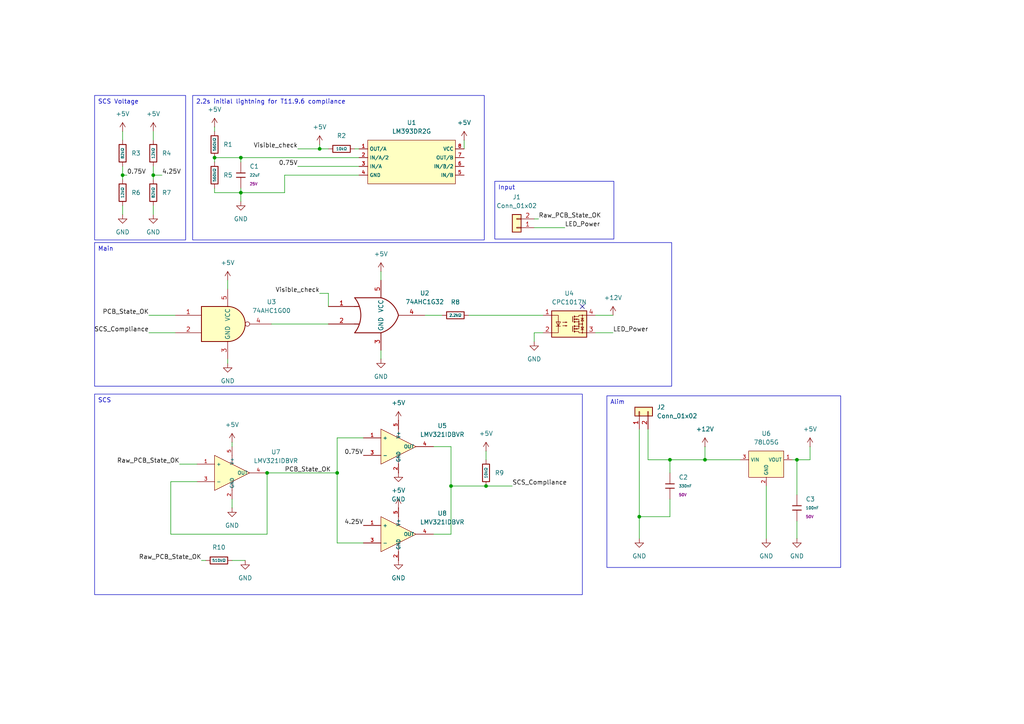
<source format=kicad_sch>
(kicad_sch (version 20250114) (generator "eeschema") (generator_version "9.0")
  (paper "A4")
  (lib_symbols
    (symbol "74xGxx:74AHC1G00"
      (property "Reference" "U" (at -2.54 3.81 0))
      (property "Value" "74AHC1G00" (at 0 -3.81 0))
      (symbol "74AHC1G00_0_1"
        (arc (start 0 5.08) (mid 5.0579 0) (end 0 -5.08) (stroke (width 0.254)) (fill (type background)))
        (polyline (pts (xy 0 -5.08) (xy -7.62 -5.08) (xy -7.62 5.08) (xy 0 5.08)) (stroke (width 0.254)) (fill (type background)))
      )
      (symbol "74AHC1G00_1_1"
        (pin input line (at -15.24 2.54 0) (length 7.62) (name "~") (number "1"))
        (pin input line (at -15.24 -2.54 0) (length 7.62) (name "~") (number "2"))
        (pin power_in line (at 0 10.16 270) (length 5.08) (name "VCC") (number "5"))
        (pin power_in line (at 0 -10.16 90) (length 5.08) (name "GND") (number "3"))
        (pin output inverted (at 12.7 0 180) (length 7.62) (name "~") (number "4"))
      )
    )
    (symbol "74xGxx:74AHC1G32"
      (property "Reference" "U" (at -2.54 3.81 0))
      (property "Value" "74AHC1G32" (at 0 -3.81 0))
      (symbol "74AHC1G32_0_1"
        (arc (start -7.62 5.08) (mid -5.838 0) (end -7.62 -5.08) (stroke (width 0.254)))
        (polyline (pts (xy -7.62 2.54) (xy -6.35 2.54)) (stroke (width 0.254)) (fill (type background)))
        (polyline (pts (xy -7.62 -2.54) (xy -6.35 -2.54)) (stroke (width 0.254)) (fill (type background)))
        (arc (start 5.08 0) (mid 3.202 -3.202) (end 0 -5.08) (stroke (width 0.254)))
        (arc (start 0 5.08) (mid 3.2271 3.2271) (end 5.08 0) (stroke (width 0.254)))
        (polyline (pts (xy 0 5.08) (xy -7.62 5.08)) (stroke (width 0.254)) (fill (type background)))
        (polyline (pts (xy 0 -5.08) (xy -7.62 -5.08)) (stroke (width 0.254)) (fill (type background)))
      )
      (symbol "74AHC1G32_1_1"
        (pin input line (at -15.24 2.54 0) (length 7.62) (name "~") (number "1"))
        (pin input line (at -15.24 -2.54 0) (length 7.62) (name "~") (number "2"))
        (pin power_in line (at 0 10.16 270) (length 5.08) (name "VCC") (number "5"))
        (pin power_in line (at 0 -10.16 90) (length 5.08) (name "GND") (number "3"))
        (pin output line (at 12.7 0 180) (length 7.62) (name "~") (number "4"))
      )
    )
    (symbol "Connector_Generic:Conn_01x02" (pin_names (offset 1.016) (hide yes))
      (property "Reference" "J" (at 0 2.54 0))
      (property "Value" "Conn_01x02" (at 0 -5.08 0))
      (symbol "Conn_01x02_1_1"
        (rectangle (start -1.27 1.27) (end 1.27 -3.81) (stroke (width 0.254)) (fill (type background)))
        (rectangle (start -1.27 0.127) (end 0 -0.127) (stroke (width 0.1524)))
        (rectangle (start -1.27 -2.413) (end 0 -2.667) (stroke (width 0.1524)))
        (pin passive line (at -5.08 0 0) (length 3.81) (name "Pin_1") (number "1"))
        (pin passive line (at -5.08 -2.54 0) (length 3.81) (name "Pin_2") (number "2"))
      )
    )
    (symbol "PCM_JLCPCB-Analog:Comparator, LM393DR2G"
      (property "Reference" "U" (at 0 2.54 0))
      (property "Value" "LM393DR2G" (at 0 -1.27 0))
      (symbol "Comparator, LM393DR2G_0_1"
        (rectangle (start -12.7 7.62) (end 12.7 -5.08) (fill (type background)))
        (pin unspecified line (at -15.24 5.08 0) (length 2.54) (name "OUT/A") (number "1"))
        (pin unspecified line (at -15.24 2.54 0) (length 2.54) (name "IN/A/2") (number "2"))
        (pin unspecified line (at -15.24 0 0) (length 2.54) (name "IN/A") (number "3"))
        (pin unspecified line (at -15.24 -2.54 0) (length 2.54) (name "GND") (number "4"))
        (pin unspecified line (at 15.24 5.08 180) (length 2.54) (name "VCC") (number "8"))
        (pin unspecified line (at 15.24 2.54 180) (length 2.54) (name "OUT/B") (number "7"))
        (pin unspecified line (at 15.24 0 180) (length 2.54) (name "IN/B/2") (number "6"))
        (pin unspecified line (at 15.24 -2.54 180) (length 2.54) (name "IN/B") (number "5"))
      )
    )
    (symbol "PCM_JLCPCB-Analog:Op-Amp, LMV321IDBVR"
      (property "Reference" "U" (at 2.032 5.588 0))
      (property "Value" "LMV321IDBVR" (at 7.874 3.302 0))
      (symbol "Op-Amp, LMV321IDBVR_0_1"
        (pin input line (at -10.16 2.54 0) (length 5.08) (name "+") (number "1"))
        (pin input line (at -10.16 -2.54 0) (length 5.08) (name "-") (number "3"))
        (pin output line (at 10.16 0 180) (length 5.08) (name "OUT") (number "4"))
      )
      (symbol "Op-Amp, LMV321IDBVR_1_1"
        (polyline (pts (xy -5.08 5.08) (xy 5.08 0) (xy -5.08 -5.08) (xy -5.08 5.08)) (fill (type background)))
        (polyline (pts (xy 0 2.54) (xy 0 5.08)))
        (polyline (pts (xy 0 -5.08) (xy 0 -2.54)))
        (pin unspecified line (at 0 7.62 270) (length 2.56) (name "V+") (number "5"))
        (pin unspecified line (at 0 -7.62 90) (length 2.56) (name "GND") (number "2"))
      )
    )
    (symbol "PCM_JLCPCB-Capacitors:0805,100nF,(2)" (pin_numbers (hide yes)) (pin_names (offset 0))
      (property "Reference" "C" (at 2.032 1.668 0))
      (property "Value" "100nF" (at 2.032 -0.3782 0))
      (property "Voltage Rated" "50V" (at 2.032 -2.0462 0))
      (symbol "0805,100nF,(2)_0_1"
        (polyline (pts (xy -1.27 0.635) (xy 1.27 0.635)) (stroke (width 0.254)))
        (polyline (pts (xy -1.27 -0.635) (xy 1.27 -0.635)) (stroke (width 0.254)))
      )
      (symbol "0805,100nF,(2)_1_1"
        (pin passive line (at 0 3.81 270) (length 3.175) (name "~") (number "1"))
        (pin passive line (at 0 -3.81 90) (length 3.175) (name "~") (number "2"))
      )
    )
    (symbol "PCM_JLCPCB-Capacitors:0805,22uF" (pin_numbers (hide yes)) (pin_names (offset 0))
      (property "Reference" "C" (at 2.032 1.668 0))
      (property "Value" "22uF" (at 2.032 -0.3782 0))
      (property "Voltage Rated" "25V" (at 2.032 -2.0462 0))
      (symbol "0805,22uF_0_1"
        (polyline (pts (xy -1.27 0.635) (xy 1.27 0.635)) (stroke (width 0.254)))
        (polyline (pts (xy -1.27 -0.635) (xy 1.27 -0.635)) (stroke (width 0.254)))
      )
      (symbol "0805,22uF_1_1"
        (pin passive line (at 0 3.81 270) (length 3.175) (name "~") (number "1"))
        (pin passive line (at 0 -3.81 90) (length 3.175) (name "~") (number "2"))
      )
    )
    (symbol "PCM_JLCPCB-Capacitors:0805,330nF" (pin_numbers (hide yes)) (pin_names (offset 0))
      (property "Reference" "C" (at 2.032 1.668 0))
      (property "Value" "330nF" (at 2.032 -0.3782 0))
      (property "Voltage Rated" "50V" (at 2.032 -2.0462 0))
      (symbol "0805,330nF_0_1"
        (polyline (pts (xy -1.27 0.635) (xy 1.27 0.635)) (stroke (width 0.254)))
        (polyline (pts (xy -1.27 -0.635) (xy 1.27 -0.635)) (stroke (width 0.254)))
      )
      (symbol "0805,330nF_1_1"
        (pin passive line (at 0 3.81 270) (length 3.175) (name "~") (number "1"))
        (pin passive line (at 0 -3.81 90) (length 3.175) (name "~") (number "2"))
      )
    )
    (symbol "PCM_JLCPCB-Power:LDO, 5V, 0.1A"
      (property "Reference" "U" (at 0 8.89 0))
      (property "Value" "78L05G" (at 0 6.35 0))
      (symbol "LDO, 5V, 0.1A_0_1"
        (rectangle (start -5.08 5.08) (end 5.08 -2.54) (fill (type background)))
      )
      (symbol "LDO, 5V, 0.1A_1_1"
        (pin power_in line (at -7.62 2.54 0) (length 2.56) (name "VIN") (number "3"))
        (pin power_in line (at 0 -5.08 90) (length 2.56) (name "GND") (number "2"))
        (pin power_in line (at 7.62 2.54 180) (length 2.56) (name "VOUT") (number "1"))
      )
    )
    (symbol "PCM_JLCPCB-Resistors:0603,560kΩ" (pin_numbers (hide yes)) (pin_names (offset 0))
      (property "Reference" "R" (at 1.778 0 0))
      (property "Value" "560kΩ" (at 0 0 90))
      (symbol "0603,560kΩ_0_1"
        (rectangle (start -1.016 2.54) (end 1.016 -2.54) (stroke (width 0.254)))
      )
      (symbol "0603,560kΩ_1_1"
        (pin passive line (at 0 3.81 270) (length 1.27) (name "~") (number "1"))
        (pin passive line (at 0 -3.81 90) (length 1.27) (name "~") (number "2"))
      )
    )
    (symbol "PCM_JLCPCB-Resistors:0805,10kΩ" (pin_numbers (hide yes)) (pin_names (offset 0))
      (property "Reference" "R" (at 1.778 0 0))
      (property "Value" "10kΩ" (at 0 0 90))
      (symbol "0805,10kΩ_0_1"
        (rectangle (start -1.016 2.54) (end 1.016 -2.54) (stroke (width 0.254)))
      )
      (symbol "0805,10kΩ_1_1"
        (pin passive line (at 0 3.81 270) (length 1.27) (name "~") (number "1"))
        (pin passive line (at 0 -3.81 90) (length 1.27) (name "~") (number "2"))
      )
    )
    (symbol "PCM_JLCPCB-Resistors:0805,12kΩ" (pin_numbers (hide yes)) (pin_names (offset 0))
      (property "Reference" "R" (at 1.778 0 0))
      (property "Value" "12kΩ" (at 0 0 90))
      (symbol "0805,12kΩ_0_1"
        (rectangle (start -1.016 2.54) (end 1.016 -2.54) (stroke (width 0.254)))
      )
      (symbol "0805,12kΩ_1_1"
        (pin passive line (at 0 3.81 270) (length 1.27) (name "~") (number "1"))
        (pin passive line (at 0 -3.81 90) (length 1.27) (name "~") (number "2"))
      )
    )
    (symbol "PCM_JLCPCB-Resistors:0805,2.2kΩ" (pin_numbers (hide yes)) (pin_names (offset 0))
      (property "Reference" "R" (at 1.778 0 0))
      (property "Value" "2.2kΩ" (at 0 0 90))
      (symbol "0805,2.2kΩ_0_1"
        (rectangle (start -1.016 2.54) (end 1.016 -2.54) (stroke (width 0.254)))
      )
      (symbol "0805,2.2kΩ_1_1"
        (pin passive line (at 0 3.81 270) (length 1.27) (name "~") (number "1"))
        (pin passive line (at 0 -3.81 90) (length 1.27) (name "~") (number "2"))
      )
    )
    (symbol "PCM_JLCPCB-Resistors:0805,510kΩ" (pin_numbers (hide yes)) (pin_names (offset 0))
      (property "Reference" "R" (at 1.778 0 0))
      (property "Value" "510kΩ" (at 0 0 90))
      (symbol "0805,510kΩ_0_1"
        (rectangle (start -1.016 2.54) (end 1.016 -2.54) (stroke (width 0.254)))
      )
      (symbol "0805,510kΩ_1_1"
        (pin passive line (at 0 3.81 270) (length 1.27) (name "~") (number "1"))
        (pin passive line (at 0 -3.81 90) (length 1.27) (name "~") (number "2"))
      )
    )
    (symbol "PCM_JLCPCB-Resistors:0805,82kΩ" (pin_numbers (hide yes)) (pin_names (offset 0))
      (property "Reference" "R" (at 1.778 0 0))
      (property "Value" "82kΩ" (at 0 0 90))
      (symbol "0805,82kΩ_0_1"
        (rectangle (start -1.016 2.54) (end 1.016 -2.54) (stroke (width 0.254)))
      )
      (symbol "0805,82kΩ_1_1"
        (pin passive line (at 0 3.81 270) (length 1.27) (name "~") (number "1"))
        (pin passive line (at 0 -3.81 90) (length 1.27) (name "~") (number "2"))
      )
    )
    (symbol "Relay_SolidState:CPC1017N"
      (property "Reference" "U" (at -5.08 5.08 0))
      (property "Value" "CPC1017N" (at 0 5.08 0))
      (symbol "CPC1017N_0_1"
        (rectangle (start -5.08 3.81) (end 5.08 -3.81) (stroke (width 0.254)) (fill (type background)))
        (polyline (pts (xy -5.08 2.54) (xy -3.175 2.54) (xy -3.175 -2.54) (xy -5.08 -2.54)))
        (polyline (pts (xy -3.81 -0.635) (xy -2.54 -0.635)))
        (polyline (pts (xy -3.175 -0.635) (xy -3.81 0.635) (xy -2.54 0.635) (xy -3.175 -0.635)))
        (polyline (pts (xy -1.905 0.508) (xy -0.635 0.508) (xy -1.016 0.381) (xy -1.016 0.635) (xy -0.635 0.508)))
        (polyline (pts (xy -1.905 -0.508) (xy -0.635 -0.508) (xy -1.016 -0.635) (xy -1.016 -0.381) (xy -0.635 -0.508)))
        (polyline (pts (xy 1.016 2.159) (xy 1.016 0.635)) (stroke (width 0.2032)))
        (polyline (pts (xy 1.016 -0.635) (xy 1.016 -2.159)) (stroke (width 0.2032)))
        (polyline (pts (xy 1.524 2.286) (xy 1.524 2.032) (xy 1.524 2.032)) (stroke (width 0.3556)))
        (polyline (pts (xy 1.524 1.524) (xy 1.524 1.27) (xy 1.524 1.27)) (stroke (width 0.3556)))
        (polyline (pts (xy 1.524 0.762) (xy 1.524 0.508) (xy 1.524 0.508)) (stroke (width 0.3556)))
        (polyline (pts (xy 1.524 -0.508) (xy 1.524 -0.762)) (stroke (width 0.3556)))
        (polyline (pts (xy 1.524 -1.27) (xy 1.524 -1.524) (xy 1.524 -1.524)) (stroke (width 0.3556)))
        (polyline (pts (xy 1.524 -2.032) (xy 1.524 -2.286) (xy 1.524 -2.286)) (stroke (width 0.3556)))
        (polyline (pts (xy 1.651 2.159) (xy 2.794 2.159) (xy 2.794 2.54) (xy 5.08 2.54)))
        (polyline (pts (xy 1.651 1.397) (xy 2.794 1.397) (xy 2.794 0.635)))
        (polyline (pts (xy 1.651 -0.635) (xy 2.794 -0.635) (xy 2.794 0.635) (xy 1.651 0.635)))
        (polyline (pts (xy 1.651 -1.397) (xy 2.794 -1.397) (xy 2.794 -0.635)))
        (polyline (pts (xy 1.651 -2.159) (xy 2.794 -2.159) (xy 2.794 -2.54) (xy 5.08 -2.54)))
        (polyline (pts (xy 1.778 1.397) (xy 2.286 1.524) (xy 2.286 1.27) (xy 1.778 1.397)))
        (polyline (pts (xy 1.778 -1.397) (xy 2.286 -1.27) (xy 2.286 -1.524) (xy 1.778 -1.397)))
        (circle (center 2.794 0.635) (radius 0.127))
        (polyline (pts (xy 2.794 0) (xy 3.81 0)))
        (circle (center 2.794 0) (radius 0.127))
        (circle (center 2.794 -0.635) (radius 0.127))
        (polyline (pts (xy 3.429 1.651) (xy 4.191 1.651)))
        (polyline (pts (xy 3.429 -1.651) (xy 4.191 -1.651)))
        (circle (center 3.81 2.54) (radius 0.127))
        (polyline (pts (xy 3.81 1.651) (xy 3.429 0.889) (xy 4.191 0.889) (xy 3.81 1.651)))
        (circle (center 3.81 0) (radius 0.127))
        (polyline (pts (xy 3.81 -1.651) (xy 3.429 -0.889) (xy 4.191 -0.889) (xy 3.81 -1.651)))
        (polyline (pts (xy 3.81 -2.54) (xy 3.81 2.54)))
        (circle (center 3.81 -2.54) (radius 0.127))
      )
      (symbol "CPC1017N_1_1"
        (pin passive line (at -7.62 2.54 0) (length 2.54) (name "~") (number "1"))
        (pin passive line (at -7.62 -2.54 0) (length 2.54) (name "~") (number "2"))
        (pin passive line (at 7.62 2.54 180) (length 2.54) (name "~") (number "4"))
        (pin passive line (at 7.62 -2.54 180) (length 2.54) (name "~") (number "3"))
      )
    )
    (symbol "power:+12V" (power) (pin_numbers (hide yes)) (pin_names (offset 0) (hide yes))
      (property "Value" "+12V" (at 0 3.556 0))
      (symbol "+12V_0_1"
        (polyline (pts (xy -0.762 1.27) (xy 0 2.54)))
        (polyline (pts (xy 0 2.54) (xy 0.762 1.27)))
        (polyline (pts (xy 0 0) (xy 0 2.54)))
      )
      (symbol "+12V_1_1"
        (pin power_in line (at 0 0 90) (length 0) (name "~") (number "1"))
      )
    )
    (symbol "power:+5V" (power) (pin_numbers (hide yes)) (pin_names (offset 0) (hide yes))
      (property "Value" "+5V" (at 0 3.556 0))
      (symbol "+5V_0_1"
        (polyline (pts (xy -0.762 1.27) (xy 0 2.54)))
        (polyline (pts (xy 0 2.54) (xy 0.762 1.27)))
        (polyline (pts (xy 0 0) (xy 0 2.54)))
      )
      (symbol "+5V_1_1"
        (pin power_in line (at 0 0 90) (length 0) (name "~") (number "1"))
      )
    )
    (symbol "power:GND" (power) (pin_numbers (hide yes)) (pin_names (offset 0) (hide yes))
      (property "Value" "GND" (at 0 -3.81 0))
      (symbol "GND_0_1"
        (polyline (pts (xy 0 0) (xy 0 -1.27) (xy 1.27 -1.27) (xy 0 -2.54) (xy -1.27 -1.27) (xy 0 -1.27)))
      )
      (symbol "GND_1_1"
        (pin power_in line (at 0 0 270) (length 0) (name "~") (number "1"))
      )
    )
  )
  (text_box "Main\n" (at 27.432 70.358 0) (size 167.386 41.656) (margins 0.9525 0.9525 0.9525 0.9525) (effects (font (size 1.27 1.27)) (justify left top)))
  (text_box "Input" (at 143.51 52.578 0) (size 34.544 16.764) (margins 0.9525 0.9525 0.9525 0.9525) (effects (font (size 1.27 1.27)) (justify left top)))
  (text_box "2.2s initial lightning for T11.9.6 compliance\n" (at 55.88 27.686 0) (size 84.582 41.91) (margins 0.9525 0.9525 0.9525 0.9525) (effects (font (size 1.27 1.27)) (justify left top)))
  (text_box "SCS Voltage" (at 27.432 27.686 0) (size 26.416 41.91) (margins 0.9525 0.9525 0.9525 0.9525) (effects (font (size 1.27 1.27)) (justify left top)))
  (text_box "Alim\n" (at 176.022 114.808 0) (size 67.818 49.784) (margins 0.9525 0.9525 0.9525 0.9525) (effects (font (size 1.27 1.27)) (justify left top)))
  (text_box "SCS" (at 27.432 114.3 0) (size 141.478 58.166) (margins 0.9525 0.9525 0.9525 0.9525) (effects (font (size 1.27 1.27)) (justify left top)))
  (junction (at 44.45 50.8))
  (junction (at 77.47 137.16))
  (junction (at 35.56 50.8))
  (junction (at 69.85 45.72))
  (junction (at 194.31 133.35))
  (junction (at 185.42 149.86))
  (junction (at 92.71 43.18))
  (junction (at 69.85 55.88))
  (junction (at 204.47 133.35))
  (junction (at 130.81 140.97))
  (junction (at 62.23 45.72))
  (junction (at 97.79 137.16))
  (junction (at 140.97 140.97))
  (junction (at 231.14 133.35))
  (no_connect (at 168.91 88.9))
  (wire (pts (xy 69.85 55.88) (xy 69.85 58.42)))
  (wire (pts (xy 95.25 85.09) (xy 95.25 88.9)))
  (wire (pts (xy 69.85 45.72) (xy 69.85 46.99)))
  (wire (pts (xy 35.56 50.8) (xy 35.56 52.07)))
  (wire (pts (xy 222.25 140.97) (xy 222.25 156.21)))
  (wire (pts (xy 130.81 129.54) (xy 130.81 140.97)))
  (wire (pts (xy 35.56 48.26) (xy 35.56 50.8)))
  (wire (pts (xy 185.42 124.46) (xy 185.42 149.86)))
  (wire (pts (xy 194.31 144.78) (xy 194.31 149.86)))
  (wire (pts (xy 49.53 154.94) (xy 77.47 154.94)))
  (wire (pts (xy 82.55 55.88) (xy 69.85 55.88)))
  (wire (pts (xy 50.8 96.52) (xy 43.18 96.52)))
  (wire (pts (xy 140.97 140.97) (xy 148.59 140.97)))
  (wire (pts (xy 134.62 40.64) (xy 134.62 43.18)))
  (wire (pts (xy 62.23 54.61) (xy 62.23 55.88)))
  (wire (pts (xy 82.55 50.8) (xy 104.14 50.8)))
  (wire (pts (xy 140.97 130.81) (xy 140.97 133.35)))
  (wire (pts (xy 97.79 127) (xy 105.41 127)))
  (wire (pts (xy 35.56 62.23) (xy 35.56 59.69)))
  (wire (pts (xy 57.15 139.7) (xy 49.53 139.7)))
  (wire (pts (xy 231.14 133.35) (xy 234.95 133.35)))
  (wire (pts (xy 104.14 43.18) (xy 102.87 43.18)))
  (wire (pts (xy 92.71 43.18) (xy 95.25 43.18)))
  (wire (pts (xy 130.81 140.97) (xy 130.81 154.94)))
  (wire (pts (xy 97.79 157.48) (xy 105.41 157.48)))
  (wire (pts (xy 69.85 45.72) (xy 104.14 45.72)))
  (wire (pts (xy 156.21 63.5) (xy 154.94 63.5)))
  (wire (pts (xy 44.45 48.26) (xy 44.45 50.8)))
  (wire (pts (xy 92.71 41.91) (xy 92.71 43.18)))
  (wire (pts (xy 82.55 50.8) (xy 82.55 55.88)))
  (wire (pts (xy 67.31 128.27) (xy 67.31 129.54)))
  (wire (pts (xy 97.79 137.16) (xy 97.79 157.48)))
  (wire (pts (xy 44.45 50.8) (xy 46.99 50.8)))
  (wire (pts (xy 130.81 154.94) (xy 125.73 154.94)))
  (wire (pts (xy 62.23 36.83) (xy 62.23 38.1)))
  (wire (pts (xy 58.42 162.56) (xy 59.69 162.56)))
  (wire (pts (xy 154.94 96.52) (xy 154.94 99.06)))
  (wire (pts (xy 52.07 134.62) (xy 57.15 134.62)))
  (wire (pts (xy 62.23 46.99) (xy 62.23 45.72)))
  (wire (pts (xy 123.19 91.44) (xy 128.27 91.44)))
  (wire (pts (xy 67.31 144.78) (xy 67.31 147.32)))
  (wire (pts (xy 66.04 104.14) (xy 66.04 105.41)))
  (wire (pts (xy 187.96 133.35) (xy 194.31 133.35)))
  (wire (pts (xy 86.36 43.18) (xy 92.71 43.18)))
  (wire (pts (xy 78.74 93.98) (xy 95.25 93.98)))
  (wire (pts (xy 234.95 129.54) (xy 234.95 133.35)))
  (wire (pts (xy 77.47 137.16) (xy 97.79 137.16)))
  (wire (pts (xy 204.47 133.35) (xy 214.63 133.35)))
  (wire (pts (xy 130.81 140.97) (xy 140.97 140.97)))
  (wire (pts (xy 194.31 133.35) (xy 204.47 133.35)))
  (wire (pts (xy 67.31 162.56) (xy 71.12 162.56)))
  (wire (pts (xy 66.04 81.28) (xy 66.04 83.82)))
  (wire (pts (xy 204.47 129.54) (xy 204.47 133.35)))
  (wire (pts (xy 110.49 78.74) (xy 110.49 81.28)))
  (wire (pts (xy 97.79 137.16) (xy 97.79 127)))
  (wire (pts (xy 35.56 38.1) (xy 35.56 40.64)))
  (wire (pts (xy 172.72 91.44) (xy 177.8 91.44)))
  (wire (pts (xy 110.49 104.14) (xy 110.49 101.6)))
  (wire (pts (xy 125.73 129.54) (xy 130.81 129.54)))
  (wire (pts (xy 157.48 96.52) (xy 154.94 96.52)))
  (wire (pts (xy 194.31 149.86) (xy 185.42 149.86)))
  (wire (pts (xy 187.96 124.46) (xy 187.96 133.35)))
  (wire (pts (xy 86.36 48.26) (xy 104.14 48.26)))
  (wire (pts (xy 43.18 91.44) (xy 50.8 91.44)))
  (wire (pts (xy 92.71 85.09) (xy 95.25 85.09)))
  (wire (pts (xy 172.72 96.52) (xy 177.8 96.52)))
  (wire (pts (xy 35.56 50.8) (xy 36.83 50.8)))
  (wire (pts (xy 49.53 139.7) (xy 49.53 154.94)))
  (wire (pts (xy 62.23 45.72) (xy 69.85 45.72)))
  (wire (pts (xy 44.45 38.1) (xy 44.45 40.64)))
  (wire (pts (xy 231.14 133.35) (xy 231.14 143.51)))
  (wire (pts (xy 231.14 151.13) (xy 231.14 156.21)))
  (wire (pts (xy 77.47 154.94) (xy 77.47 137.16)))
  (wire (pts (xy 194.31 133.35) (xy 194.31 137.16)))
  (wire (pts (xy 163.83 66.04) (xy 154.94 66.04)))
  (wire (pts (xy 135.89 91.44) (xy 157.48 91.44)))
  (wire (pts (xy 69.85 54.61) (xy 69.85 55.88)))
  (wire (pts (xy 44.45 50.8) (xy 44.45 52.07)))
  (wire (pts (xy 229.87 133.35) (xy 231.14 133.35)))
  (wire (pts (xy 185.42 149.86) (xy 185.42 156.21)))
  (wire (pts (xy 69.85 55.88) (xy 62.23 55.88)))
  (wire (pts (xy 44.45 62.23) (xy 44.45 59.69)))
  (label "4.25V" (at 105.41 152.4 180))
  (label "PCB_State_OK" (at 82.55 137.16 0))
  (label "0.75V" (at 105.41 132.08 180))
  (label "4.25V" (at 46.99 50.8 0))
  (label "Raw_PCB_State_OK" (at 156.21 63.5 0))
  (label "0.75V" (at 86.36 48.26 180))
  (label "LED_Power" (at 177.8 96.52 0))
  (label "SCS_Compliance" (at 148.59 140.97 0))
  (label "Visible_check" (at 92.71 85.09 180))
  (label "SCS_Compliance" (at 43.18 96.52 180))
  (label "Visible_check" (at 86.36 43.18 180))
  (label "PCB_State_OK" (at 43.18 91.44 180))
  (label "LED_Power" (at 163.83 66.04 0))
  (label "Raw_PCB_State_OK" (at 58.42 162.56 180))
  (label "Raw_PCB_State_OK" (at 52.07 134.62 180))
  (label "0.75V" (at 36.83 50.8 0))
  (symbol (lib_id "power:GND") (at 231.14 156.21 0) (unit 1)
    (property "Reference" "#PWR025" (effects (hide yes)))
    (property "Value" "GND" (at 231.14 161.29 0))
    (property "Description" "Power symbol creates a global label with name \"GND\" , ground" (effects (hide yes)))
  )
  (symbol (lib_id "Connector_Generic:Conn_01x02") (at 185.42 119.38 90) (unit 1)
    (property "Reference" "J2" (at 190.5 118.1099 90) (effects (justify right)))
    (property "Value" "Conn_01x02" (at 190.5 120.6499 90) (effects (justify right)))
    (property "Footprint" "Connector_Molex:Molex_KK-254_AE-6410-02A_1x02_P2.54mm_Vertical" (effects (hide yes)))
    (property "Description" "Generic connector, single row, 01x02, script generated (kicad-library-utils/schlib/autogen/connector/)" (effects (hide yes)))
  )
  (symbol (lib_id "PCM_JLCPCB-Resistors:0805,12kΩ") (at 44.45 44.45 0) (unit 1)
    (property "Reference" "R4" (at 46.99 44.4499 0) (effects (justify left)))
    (property "Value" "12kΩ" (at 44.45 44.45 90) (effects (font (size 0.8 0.8))))
    (property "Footprint" "PCM_JLCPCB:R_0805" (effects (hide yes)))
    (property "Datasheet" "https://www.lcsc.com/datasheet/lcsc_datasheet_2206010216_UNI-ROYAL-Uniroyal-Elec-0805W8F1202T5E_C17444.pdf" (effects (hide yes)))
    (property "Description" "125mW Thick Film Resistors 150V ±100ppm/°C ±1% 12kΩ 0805 Chip Resistor - Surface Mount ROHS" (effects (hide yes)))
    (property "LCSC" "C17444" (effects (hide yes)))
    (property "Stock" "212769" (effects (hide yes)))
    (property "Price" "0.005USD" (effects (hide yes)))
    (property "Process" "SMT" (effects (hide yes)))
    (property "Minimum Qty" "20" (effects (hide yes)))
    (property "Attrition Qty" "10" (effects (hide yes)))
    (property "Class" "Basic Component" (effects (hide yes)))
    (property "Category" "Resistors,Chip Resistor - Surface Mount" (effects (hide yes)))
    (property "Manufacturer" "UNI-ROYAL(Uniroyal Elec)" (effects (hide yes)))
    (property "Part" "0805W8F1202T5E" (effects (hide yes)))
    (property "Resistance" "12kΩ" (effects (hide yes)))
    (property "Power(Watts)" "125mW" (effects (hide yes)))
    (property "Type" "Thick Film Resistors" (effects (hide yes)))
    (property "Overload Voltage (Max)" "150V" (effects (hide yes)))
    (property "Operating Temperature Range" "-55°C~+155°C" (effects (hide yes)))
    (property "Tolerance" "±1%" (effects (hide yes)))
    (property "Temperature Coefficient" "±100ppm/°C" (effects (hide yes)))
  )
  (symbol (lib_id "PCM_JLCPCB-Resistors:0603,560kΩ") (at 62.23 41.91 0) (unit 1)
    (property "Reference" "R1" (at 64.77 41.9099 0) (effects (justify left)))
    (property "Value" "560kΩ" (at 62.23 41.91 90) (effects (font (size 0.8 0.8))))
    (property "Footprint" "PCM_JLCPCB:R_0603" (effects (hide yes)))
    (property "Datasheet" "https://www.lcsc.com/datasheet/lcsc_datasheet_2206010116_UNI-ROYAL-Uniroyal-Elec-0603WAF5603T5E_C23203.pdf" (effects (hide yes)))
    (property "Description" "100mW Thick Film Resistors 75V ±100ppm/°C ±1% 560kΩ 0603 Chip Resistor - Surface Mount ROHS" (effects (hide yes)))
    (property "LCSC" "C23203" (effects (hide yes)))
    (property "Stock" "29702" (effects (hide yes)))
    (property "Price" "0.004USD" (effects (hide yes)))
    (property "Process" "SMT" (effects (hide yes)))
    (property "Minimum Qty" "20" (effects (hide yes)))
    (property "Attrition Qty" "10" (effects (hide yes)))
    (property "Class" "Preferred Component" (effects (hide yes)))
    (property "Category" "Resistors,Chip Resistor - Surface Mount" (effects (hide yes)))
    (property "Manufacturer" "UNI-ROYAL(Uniroyal Elec)" (effects (hide yes)))
    (property "Part" "0603WAF5603T5E" (effects (hide yes)))
    (property "Resistance" "560kΩ" (effects (hide yes)))
    (property "Power(Watts)" "100mW" (effects (hide yes)))
    (property "Type" "Thick Film Resistors" (effects (hide yes)))
    (property "Overload Voltage (Max)" "75V" (effects (hide yes)))
    (property "Operating Temperature Range" "-55°C~+155°C" (effects (hide yes)))
    (property "Tolerance" "±1%" (effects (hide yes)))
    (property "Temperature Coefficient" "±100ppm/°C" (effects (hide yes)))
  )
  (symbol (lib_id "power:GND") (at 115.57 162.56 0) (unit 1)
    (property "Reference" "#PWR027" (effects (hide yes)))
    (property "Value" "GND" (at 115.57 167.64 0))
    (property "Description" "Power symbol creates a global label with name \"GND\" , ground" (effects (hide yes)))
  )
  (symbol (lib_id "power:+5V") (at 110.49 78.74 0) (unit 1)
    (property "Reference" "#PWR09" (effects (hide yes)))
    (property "Value" "+5V" (at 110.49 73.66 0))
    (property "Description" "Power symbol creates a global label with name \"+5V\"" (effects (hide yes)))
  )
  (symbol (lib_id "power:GND") (at 66.04 105.41 0) (unit 1)
    (property "Reference" "#PWR014" (effects (hide yes)))
    (property "Value" "GND" (at 66.04 110.49 0))
    (property "Description" "Power symbol creates a global label with name \"GND\" , ground" (effects (hide yes)))
  )
  (symbol (lib_id "power:+5V") (at 140.97 130.81 0) (unit 1)
    (property "Reference" "#PWR019" (effects (hide yes)))
    (property "Value" "+5V" (at 140.97 125.73 0))
    (property "Description" "Power symbol creates a global label with name \"+5V\"" (effects (hide yes)))
  )
  (symbol (lib_id "power:GND") (at 110.49 104.14 0) (unit 1)
    (property "Reference" "#PWR013" (effects (hide yes)))
    (property "Value" "GND" (at 110.49 109.22 0))
    (property "Description" "Power symbol creates a global label with name \"GND\" , ground" (effects (hide yes)))
  )
  (symbol (lib_id "power:GND") (at 115.57 137.16 0) (unit 1)
    (property "Reference" "#PWR020" (effects (hide yes)))
    (property "Value" "GND" (at 115.57 144.78 0))
    (property "Description" "Power symbol creates a global label with name \"GND\" , ground" (effects (hide yes)))
  )
  (symbol (lib_id "PCM_JLCPCB-Resistors:0805,10kΩ") (at 140.97 137.16 0) (unit 1)
    (property "Reference" "R9" (at 143.51 137.1599 0) (effects (justify left)))
    (property "Value" "10kΩ" (at 140.97 137.16 90) (effects (font (size 0.8 0.8))))
    (property "Footprint" "PCM_JLCPCB:R_0805" (effects (hide yes)))
    (property "Datasheet" "https://www.lcsc.com/datasheet/lcsc_datasheet_2411221126_UNI-ROYAL-Uniroyal-Elec-0805W8F1002T5E_C17414.pdf" (effects (hide yes)))
    (property "Description" "125mW Thick Film Resistors 150V ±100ppm/°C ±1% 10kΩ 0805 Chip Resistor - Surface Mount ROHS" (effects (hide yes)))
    (property "LCSC" "C17414" (effects (hide yes)))
    (property "Stock" "14905033" (effects (hide yes)))
    (property "Price" "0.005USD" (effects (hide yes)))
    (property "Process" "SMT" (effects (hide yes)))
    (property "Minimum Qty" "20" (effects (hide yes)))
    (property "Attrition Qty" "10" (effects (hide yes)))
    (property "Class" "Basic Component" (effects (hide yes)))
    (property "Category" "Resistors,Chip Resistor - Surface Mount" (effects (hide yes)))
    (property "Manufacturer" "UNI-ROYAL(Uniroyal Elec)" (effects (hide yes)))
    (property "Part" "0805W8F1002T5E" (effects (hide yes)))
    (property "Resistance" "10kΩ" (effects (hide yes)))
    (property "Power(Watts)" "125mW" (effects (hide yes)))
    (property "Type" "Thick Film Resistors" (effects (hide yes)))
    (property "Overload Voltage (Max)" "150V" (effects (hide yes)))
    (property "Operating Temperature Range" "-55°C~+155°C" (effects (hide yes)))
    (property "Tolerance" "±1%" (effects (hide yes)))
    (property "Temperature Coefficient" "±100ppm/°C" (effects (hide yes)))
  )
  (symbol (lib_id "power:+5V") (at 234.95 129.54 0) (unit 1)
    (property "Reference" "#PWR018" (effects (hide yes)))
    (property "Value" "+5V" (at 234.95 124.46 0))
    (property "Description" "Power symbol creates a global label with name \"+5V\"" (effects (hide yes)))
  )
  (symbol (lib_id "power:GND") (at 154.94 99.06 0) (unit 1)
    (property "Reference" "#PWR012" (effects (hide yes)))
    (property "Value" "GND" (at 154.94 104.14 0))
    (property "Description" "Power symbol creates a global label with name \"GND\" , ground" (effects (hide yes)))
  )
  (symbol (lib_id "power:+5V") (at 134.62 40.64 0) (unit 1)
    (property "Reference" "#PWR04" (effects (hide yes)))
    (property "Value" "+5V" (at 134.62 35.56 0))
    (property "Description" "Power symbol creates a global label with name \"+5V\"" (effects (hide yes)))
  )
  (symbol (lib_id "power:+12V") (at 204.47 129.54 0) (unit 1)
    (property "Reference" "#PWR017" (effects (hide yes)))
    (property "Value" "+12V" (at 204.47 124.46 0))
    (property "Description" "Power symbol creates a global label with name \"+12V\"" (effects (hide yes)))
  )
  (symbol (lib_id "PCM_JLCPCB-Power:LDO, 5V, 0.1A") (at 222.25 135.89 0) (unit 1)
    (property "Reference" "U6" (at 222.25 125.73 0))
    (property "Value" "78L05G" (at 222.25 128.27 0))
    (property "Footprint" "PCM_JLCPCB:SOT-89-3_L4.5-W2.5-P1.50-LS4.2-BR" (effects (hide yes)))
    (property "Datasheet" "https://www.lcsc.com/datasheet/lcsc_datasheet_2304140030_UTC-Unisonic-Tech-78L05G-AB3-R_C71136.pdf" (effects (hide yes)))
    (property "Description" "100mA Fixed 5V Positive electrode 30V SOT-89-3 Voltage Regulators - Linear, Low Drop Out (LDO) Regulators ROHS" (effects (hide yes)))
    (property "LCSC" "C71136" (effects (hide yes)))
    (property "Stock" "84902" (effects (hide yes)))
    (property "Price" "0.066USD" (effects (hide yes)))
    (property "Process" "SMT" (effects (hide yes)))
    (property "Minimum Qty" "5" (effects (hide yes)))
    (property "Attrition Qty" "4" (effects (hide yes)))
    (property "Class" "Basic Component" (effects (hide yes)))
    (property "Category" "Power Management ICs,Linear Voltage Regulators (LDO)" (effects (hide yes)))
    (property "Manufacturer" "UTC(Unisonic Tech)" (effects (hide yes)))
    (property "Part" "78L05G-AB3-R" (effects (hide yes)))
    (property "Number Of Outputs" "1" (effects (hide yes)))
    (property "Output Voltage" "5V" (effects (hide yes)))
    (property "Dropout Voltage" "1.7V@(40mA)" (effects (hide yes)))
    (property "Output Current" "100mA" (effects (hide yes)))
    (property "Output Type" "Fixed" (effects (hide yes)))
    (property "Maximum Input Voltage" "30V" (effects (hide yes)))
    (property "Output Polarity" "Positive electrode" (effects (hide yes)))
    (property "Feature" "Overcurrent Protection(OCP);Thermal Protection(TSD);Short-Circuit  Protection" (effects (hide yes)))
  )
  (symbol (lib_id "power:GND") (at 67.31 147.32 0) (unit 1)
    (property "Reference" "#PWR021" (effects (hide yes)))
    (property "Value" "GND" (at 67.31 152.4 0))
    (property "Description" "Power symbol creates a global label with name \"GND\" , ground" (effects (hide yes)))
  )
  (symbol (lib_id "Relay_SolidState:CPC1017N") (at 165.1 93.98 0) (unit 1)
    (property "Reference" "U4" (at 165.1 85.09 0))
    (property "Value" "CPC1017N" (at 165.1 87.63 0))
    (property "Footprint" "Package_SO:SOP-4_3.8x4.1mm_P2.54mm" (effects (hide yes)))
    (property "Datasheet" "http://www.ixysic.com/home/pdfs.nsf/www/CPC1017N.pdf/$file/CPC1017N.pdf" (effects (hide yes)))
    (property "Description" "Form A, Solid State Relay (Photo MOSFET) 60V, 0.1A, 16Ohm, SO-4" (effects (hide yes)))
  )
  (symbol (lib_id "74xGxx:74AHC1G00") (at 66.04 93.98 0) (unit 1)
    (property "Reference" "U3" (at 78.74 87.5598 0))
    (property "Value" "74AHC1G00" (at 78.74 90.0998 0))
    (property "Footprint" "PCM_JLCPCB:SOT-23-5_L3.0-W1.7-P0.95-LS2.8-BR" (effects (hide yes)))
    (property "Datasheet" "http://www.ti.com/lit/sg/scyt129e/scyt129e.pdf" (effects (hide yes)))
    (property "Description" "Single NAND Gate, Low-Voltage CMOS" (effects (hide yes)))
  )
  (symbol (lib_id "PCM_JLCPCB-Resistors:0805,2.2kΩ") (at 132.08 91.44 90) (unit 1)
    (property "Reference" "R8" (at 132.08 87.63 90))
    (property "Value" "2.2kΩ" (at 132.08 91.44 90) (effects (font (size 0.8 0.8))))
    (property "Footprint" "PCM_JLCPCB:R_0805" (effects (hide yes)))
    (property "Datasheet" "https://www.lcsc.com/datasheet/lcsc_datasheet_2206010200_UNI-ROYAL-Uniroyal-Elec-0805W8F2201T5E_C17520.pdf" (effects (hide yes)))
    (property "Description" "125mW Thick Film Resistors 150V ±100ppm/°C ±1% 2.2kΩ 0805 Chip Resistor - Surface Mount ROHS" (effects (hide yes)))
    (property "LCSC" "C17520" (effects (hide yes)))
    (property "Stock" "877100" (effects (hide yes)))
    (property "Price" "0.005USD" (effects (hide yes)))
    (property "Process" "SMT" (effects (hide yes)))
    (property "Minimum Qty" "20" (effects (hide yes)))
    (property "Attrition Qty" "10" (effects (hide yes)))
    (property "Class" "Basic Component" (effects (hide yes)))
    (property "Category" "Resistors,Chip Resistor - Surface Mount" (effects (hide yes)))
    (property "Manufacturer" "UNI-ROYAL(Uniroyal Elec)" (effects (hide yes)))
    (property "Part" "0805W8F2201T5E" (effects (hide yes)))
    (property "Resistance" "2.2kΩ" (effects (hide yes)))
    (property "Power(Watts)" "125mW" (effects (hide yes)))
    (property "Type" "Thick Film Resistors" (effects (hide yes)))
    (property "Overload Voltage (Max)" "150V" (effects (hide yes)))
    (property "Operating Temperature Range" "-55°C~+155°C" (effects (hide yes)))
    (property "Tolerance" "±1%" (effects (hide yes)))
    (property "Temperature Coefficient" "±100ppm/°C" (effects (hide yes)))
  )
  (symbol (lib_id "PCM_JLCPCB-Resistors:0805,82kΩ") (at 35.56 44.45 0) (unit 1)
    (property "Reference" "R3" (at 38.1 44.4499 0) (effects (justify left)))
    (property "Value" "82kΩ" (at 35.56 44.45 90) (effects (font (size 0.8 0.8))))
    (property "Footprint" "PCM_JLCPCB:R_0805" (effects (hide yes)))
    (property "Datasheet" "https://www.lcsc.com/datasheet/lcsc_datasheet_2205311830_UNI-ROYAL-Uniroyal-Elec-0805W8F8202T5E_C17840.pdf" (effects (hide yes)))
    (property "Description" "125mW Thick Film Resistors 150V ±100ppm/°C ±1% 82kΩ 0805 Chip Resistor - Surface Mount ROHS" (effects (hide yes)))
    (property "LCSC" "C17840" (effects (hide yes)))
    (property "Stock" "60670" (effects (hide yes)))
    (property "Price" "0.005USD" (effects (hide yes)))
    (property "Process" "SMT" (effects (hide yes)))
    (property "Minimum Qty" "20" (effects (hide yes)))
    (property "Attrition Qty" "10" (effects (hide yes)))
    (property "Class" "Preferred Component" (effects (hide yes)))
    (property "Category" "Resistors,Chip Resistor - Surface Mount" (effects (hide yes)))
    (property "Manufacturer" "UNI-ROYAL(Uniroyal Elec)" (effects (hide yes)))
    (property "Part" "0805W8F8202T5E" (effects (hide yes)))
    (property "Resistance" "82kΩ" (effects (hide yes)))
    (property "Power(Watts)" "125mW" (effects (hide yes)))
    (property "Type" "Thick Film Resistors" (effects (hide yes)))
    (property "Overload Voltage (Max)" "150V" (effects (hide yes)))
    (property "Operating Temperature Range" "-55°C~+155°C" (effects (hide yes)))
    (property "Tolerance" "±1%" (effects (hide yes)))
    (property "Temperature Coefficient" "±100ppm/°C" (effects (hide yes)))
  )
  (symbol (lib_id "power:+5V") (at 62.23 36.83 0) (unit 1)
    (property "Reference" "#PWR01" (effects (hide yes)))
    (property "Value" "+5V" (at 62.23 31.75 0))
    (property "Description" "Power symbol creates a global label with name \"+5V\"" (effects (hide yes)))
  )
  (symbol (lib_id "power:+5V") (at 115.57 147.32 0) (unit 1)
    (property "Reference" "#PWR022" (effects (hide yes)))
    (property "Value" "+5V" (at 115.57 142.24 0))
    (property "Description" "Power symbol creates a global label with name \"+5V\"" (effects (hide yes)))
  )
  (symbol (lib_id "PCM_JLCPCB-Analog:Op-Amp, LMV321IDBVR") (at 115.57 154.94 0) (unit 1)
    (property "Reference" "U8" (at 128.27 148.8912 0))
    (property "Value" "LMV321IDBVR" (at 128.27 151.4312 0))
    (property "Footprint" "PCM_JLCPCB:SOT-23-5_L3.0-W1.7-P0.95-LS2.8-BR" (effects (hide yes)))
    (property "Datasheet" "https://www.lcsc.com/datasheet/lcsc_datasheet_1809151123_Texas-Instruments-LMV321IDBVR_C7972.pdf" (effects (hide yes)))
    (property "Description" "Single 15nA 1V/us 1MHz SOT-23-5 Operational Amplifier ROHS" (effects (hide yes)))
    (property "LCSC" "C7972" (effects (hide yes)))
    (property "Stock" "119521" (effects (hide yes)))
    (property "Price" "0.103USD" (effects (hide yes)))
    (property "Process" "SMT" (effects (hide yes)))
    (property "Minimum Qty" "5" (effects (hide yes)))
    (property "Attrition Qty" "2" (effects (hide yes)))
    (property "Class" "Preferred Component" (effects (hide yes)))
    (property "Category" "Amplifiers,Operational Amplifier" (effects (hide yes)))
    (property "Manufacturer" "Texas Instruments" (effects (hide yes)))
    (property "Part" "LMV321IDBVR" (effects (hide yes)))
    (property "Current - Input Bias(Ib)" "15nA" (effects (hide yes)))
    (property "Number Of Circuits" "1" (effects (hide yes)))
    (property "Output Current" "160mA" (effects (hide yes)))
    (property "Supply Current" "130uA" (effects (hide yes)))
    (property "Gain Bandwidth Product(Gbp)" "1MHz" (effects (hide yes)))
    (property "Rail To Rail" "轨到轨" (effects (hide yes)))
    (property "Operating Temperature" "-40°C~+125°C" (effects (hide yes)))
  )
  (symbol (lib_id "PCM_JLCPCB-Resistors:0603,560kΩ") (at 62.23 50.8 0) (unit 1)
    (property "Reference" "R5" (at 64.77 50.7999 0) (effects (justify left)))
    (property "Value" "560kΩ" (at 62.23 50.8 90) (effects (font (size 0.8 0.8))))
    (property "Footprint" "PCM_JLCPCB:R_0603" (effects (hide yes)))
    (property "Datasheet" "https://www.lcsc.com/datasheet/lcsc_datasheet_2206010116_UNI-ROYAL-Uniroyal-Elec-0603WAF5603T5E_C23203.pdf" (effects (hide yes)))
    (property "Description" "100mW Thick Film Resistors 75V ±100ppm/°C ±1% 560kΩ 0603 Chip Resistor - Surface Mount ROHS" (effects (hide yes)))
    (property "LCSC" "C23203" (effects (hide yes)))
    (property "Stock" "29702" (effects (hide yes)))
    (property "Price" "0.004USD" (effects (hide yes)))
    (property "Process" "SMT" (effects (hide yes)))
    (property "Minimum Qty" "20" (effects (hide yes)))
    (property "Attrition Qty" "10" (effects (hide yes)))
    (property "Class" "Preferred Component" (effects (hide yes)))
    (property "Category" "Resistors,Chip Resistor - Surface Mount" (effects (hide yes)))
    (property "Manufacturer" "UNI-ROYAL(Uniroyal Elec)" (effects (hide yes)))
    (property "Part" "0603WAF5603T5E" (effects (hide yes)))
    (property "Resistance" "560kΩ" (effects (hide yes)))
    (property "Power(Watts)" "100mW" (effects (hide yes)))
    (property "Type" "Thick Film Resistors" (effects (hide yes)))
    (property "Overload Voltage (Max)" "75V" (effects (hide yes)))
    (property "Operating Temperature Range" "-55°C~+155°C" (effects (hide yes)))
    (property "Tolerance" "±1%" (effects (hide yes)))
    (property "Temperature Coefficient" "±100ppm/°C" (effects (hide yes)))
  )
  (symbol (lib_id "power:GND") (at 69.85 58.42 0) (unit 1)
    (property "Reference" "#PWR06" (effects (hide yes)))
    (property "Value" "GND" (at 69.85 63.5 0))
    (property "Description" "Power symbol creates a global label with name \"GND\" , ground" (effects (hide yes)))
  )
  (symbol (lib_id "74xGxx:74AHC1G32") (at 110.49 91.44 0) (unit 1)
    (property "Reference" "U2" (at 123.19 85.0198 0))
    (property "Value" "74AHC1G32" (at 123.19 87.5598 0))
    (property "Footprint" "Package_TO_SOT_SMD:SC-74A-5_1.55x2.9mm_P0.95mm" (effects (hide yes)))
    (property "Datasheet" "http://www.ti.com/lit/sg/scyt129e/scyt129e.pdf" (effects (hide yes)))
    (property "Description" "Single OR Gate, Low-Voltage CMOS" (effects (hide yes)))
  )
  (symbol (lib_id "PCM_JLCPCB-Analog:Op-Amp, LMV321IDBVR") (at 67.31 137.16 0) (unit 1)
    (property "Reference" "U7" (at 80.01 131.1112 0))
    (property "Value" "LMV321IDBVR" (at 80.01 133.6512 0))
    (property "Footprint" "PCM_JLCPCB:SOT-23-5_L3.0-W1.7-P0.95-LS2.8-BR" (effects (hide yes)))
    (property "Datasheet" "https://www.lcsc.com/datasheet/lcsc_datasheet_1809151123_Texas-Instruments-LMV321IDBVR_C7972.pdf" (effects (hide yes)))
    (property "Description" "Single 15nA 1V/us 1MHz SOT-23-5 Operational Amplifier ROHS" (effects (hide yes)))
    (property "LCSC" "C7972" (effects (hide yes)))
    (property "Stock" "119521" (effects (hide yes)))
    (property "Price" "0.103USD" (effects (hide yes)))
    (property "Process" "SMT" (effects (hide yes)))
    (property "Minimum Qty" "5" (effects (hide yes)))
    (property "Attrition Qty" "2" (effects (hide yes)))
    (property "Class" "Preferred Component" (effects (hide yes)))
    (property "Category" "Amplifiers,Operational Amplifier" (effects (hide yes)))
    (property "Manufacturer" "Texas Instruments" (effects (hide yes)))
    (property "Part" "LMV321IDBVR" (effects (hide yes)))
    (property "Current - Input Bias(Ib)" "15nA" (effects (hide yes)))
    (property "Number Of Circuits" "1" (effects (hide yes)))
    (property "Output Current" "160mA" (effects (hide yes)))
    (property "Supply Current" "130uA" (effects (hide yes)))
    (property "Gain Bandwidth Product(Gbp)" "1MHz" (effects (hide yes)))
    (property "Rail To Rail" "轨到轨" (effects (hide yes)))
    (property "Operating Temperature" "-40°C~+125°C" (effects (hide yes)))
  )
  (symbol (lib_id "power:+5V") (at 35.56 38.1 0) (unit 1)
    (property "Reference" "#PWR02" (effects (hide yes)))
    (property "Value" "+5V" (at 35.56 33.02 0))
    (property "Description" "Power symbol creates a global label with name \"+5V\"" (effects (hide yes)))
  )
  (symbol (lib_id "PCM_JLCPCB-Capacitors:0805,100nF,(2)") (at 231.14 147.32 0) (unit 1)
    (property "Reference" "C3" (at 233.68 144.7799 0) (effects (justify left)))
    (property "Value" "100nF" (at 233.68 147.32 0) (effects (font (size 0.8 0.8)) (justify left)))
    (property "Footprint" "PCM_JLCPCB:C_0805" (effects (hide yes)))
    (property "Datasheet" "https://www.lcsc.com/datasheet/lcsc_datasheet_2304140030_YAGEO-CC0805KRX7R9BB104_C49678.pdf" (effects (hide yes)))
    (property "Description" "50V 100nF X7R ±10% 0805 Multilayer Ceramic Capacitors MLCC - SMD/SMT ROHS" (effects (hide yes)))
    (property "LCSC" "C49678" (effects (hide yes)))
    (property "Stock" "8754636" (effects (hide yes)))
    (property "Price" "0.008USD" (effects (hide yes)))
    (property "Process" "SMT" (effects (hide yes)))
    (property "Minimum Qty" "20" (effects (hide yes)))
    (property "Attrition Qty" "10" (effects (hide yes)))
    (property "Class" "Basic Component" (effects (hide yes)))
    (property "Category" "Capacitors,Multilayer Ceramic Capacitors MLCC - SMD/SMT" (effects (hide yes)))
    (property "Manufacturer" "YAGEO" (effects (hide yes)))
    (property "Part" "CC0805KRX7R9BB104" (effects (hide yes)))
    (property "Voltage Rated" "50V" (at 233.68 149.86 0) (effects (font (size 0.8 0.8)) (justify left)))
    (property "Tolerance" "±10%" (effects (hide yes)))
    (property "Capacitance" "100nF" (effects (hide yes)))
    (property "Temperature Coefficient" "X7R" (effects (hide yes)))
  )
  (symbol (lib_id "power:+5V") (at 115.57 121.92 0) (unit 1)
    (property "Reference" "#PWR015" (effects (hide yes)))
    (property "Value" "+5V" (at 115.57 116.84 0))
    (property "Description" "Power symbol creates a global label with name \"+5V\"" (effects (hide yes)))
  )
  (symbol (lib_id "PCM_JLCPCB-Resistors:0805,510kΩ") (at 63.5 162.56 270) (unit 1)
    (property "Reference" "R10" (at 63.5 158.75 90))
    (property "Value" "510kΩ" (at 63.5 162.56 90) (effects (font (size 0.8 0.8))))
    (property "Footprint" "PCM_JLCPCB:R_0805" (effects (hide yes)))
    (property "Datasheet" "https://www.lcsc.com/datasheet/lcsc_datasheet_2206010200_UNI-ROYAL-Uniroyal-Elec-0805W8F5103T5E_C17733.pdf" (effects (hide yes)))
    (property "Description" "125mW Thick Film Resistors 150V ±100ppm/°C ±1% 510kΩ 0805 Chip Resistor - Surface Mount ROHS" (effects (hide yes)))
    (property "LCSC" "C17733" (effects (hide yes)))
    (property "Stock" "93506" (effects (hide yes)))
    (property "Price" "0.005USD" (effects (hide yes)))
    (property "Process" "SMT" (effects (hide yes)))
    (property "Minimum Qty" "20" (effects (hide yes)))
    (property "Attrition Qty" "10" (effects (hide yes)))
    (property "Class" "Preferred Component" (effects (hide yes)))
    (property "Category" "Resistors,Chip Resistor - Surface Mount" (effects (hide yes)))
    (property "Manufacturer" "UNI-ROYAL(Uniroyal Elec)" (effects (hide yes)))
    (property "Part" "0805W8F5103T5E" (effects (hide yes)))
    (property "Resistance" "510kΩ" (effects (hide yes)))
    (property "Power(Watts)" "125mW" (effects (hide yes)))
    (property "Type" "Thick Film Resistors" (effects (hide yes)))
    (property "Overload Voltage (Max)" "150V" (effects (hide yes)))
    (property "Operating Temperature Range" "-55°C~+155°C" (effects (hide yes)))
    (property "Tolerance" "±1%" (effects (hide yes)))
    (property "Temperature Coefficient" "±100ppm/°C" (effects (hide yes)))
  )
  (symbol (lib_id "power:GND") (at 185.42 156.21 0) (unit 1)
    (property "Reference" "#PWR023" (effects (hide yes)))
    (property "Value" "GND" (at 185.42 161.29 0))
    (property "Description" "Power symbol creates a global label with name \"GND\" , ground" (effects (hide yes)))
  )
  (symbol (lib_id "PCM_JLCPCB-Resistors:0805,12kΩ") (at 35.56 55.88 0) (unit 1)
    (property "Reference" "R6" (at 38.1 55.8799 0) (effects (justify left)))
    (property "Value" "12kΩ" (at 35.56 55.88 90) (effects (font (size 0.8 0.8))))
    (property "Footprint" "PCM_JLCPCB:R_0805" (effects (hide yes)))
    (property "Datasheet" "https://www.lcsc.com/datasheet/lcsc_datasheet_2206010216_UNI-ROYAL-Uniroyal-Elec-0805W8F1202T5E_C17444.pdf" (effects (hide yes)))
    (property "Description" "125mW Thick Film Resistors 150V ±100ppm/°C ±1% 12kΩ 0805 Chip Resistor - Surface Mount ROHS" (effects (hide yes)))
    (property "LCSC" "C17444" (effects (hide yes)))
    (property "Stock" "212769" (effects (hide yes)))
    (property "Price" "0.005USD" (effects (hide yes)))
    (property "Process" "SMT" (effects (hide yes)))
    (property "Minimum Qty" "20" (effects (hide yes)))
    (property "Attrition Qty" "10" (effects (hide yes)))
    (property "Class" "Basic Component" (effects (hide yes)))
    (property "Category" "Resistors,Chip Resistor - Surface Mount" (effects (hide yes)))
    (property "Manufacturer" "UNI-ROYAL(Uniroyal Elec)" (effects (hide yes)))
    (property "Part" "0805W8F1202T5E" (effects (hide yes)))
    (property "Resistance" "12kΩ" (effects (hide yes)))
    (property "Power(Watts)" "125mW" (effects (hide yes)))
    (property "Type" "Thick Film Resistors" (effects (hide yes)))
    (property "Overload Voltage (Max)" "150V" (effects (hide yes)))
    (property "Operating Temperature Range" "-55°C~+155°C" (effects (hide yes)))
    (property "Tolerance" "±1%" (effects (hide yes)))
    (property "Temperature Coefficient" "±100ppm/°C" (effects (hide yes)))
  )
  (symbol (lib_id "power:GND") (at 222.25 156.21 0) (unit 1)
    (property "Reference" "#PWR024" (effects (hide yes)))
    (property "Value" "GND" (at 222.25 161.29 0))
    (property "Description" "Power symbol creates a global label with name \"GND\" , ground" (effects (hide yes)))
  )
  (symbol (lib_id "power:GND") (at 44.45 62.23 0) (unit 1)
    (property "Reference" "#PWR08" (effects (hide yes)))
    (property "Value" "GND" (at 44.45 67.31 0))
    (property "Description" "Power symbol creates a global label with name \"GND\" , ground" (effects (hide yes)))
  )
  (symbol (lib_id "power:+5V") (at 92.71 41.91 0) (unit 1)
    (property "Reference" "#PWR05" (effects (hide yes)))
    (property "Value" "+5V" (at 92.71 36.83 0))
    (property "Description" "Power symbol creates a global label with name \"+5V\"" (effects (hide yes)))
  )
  (symbol (lib_id "PCM_JLCPCB-Resistors:0805,82kΩ") (at 44.45 55.88 0) (unit 1)
    (property "Reference" "R7" (at 46.99 55.8799 0) (effects (justify left)))
    (property "Value" "82kΩ" (at 44.45 55.88 90) (effects (font (size 0.8 0.8))))
    (property "Footprint" "PCM_JLCPCB:R_0805" (effects (hide yes)))
    (property "Datasheet" "https://www.lcsc.com/datasheet/lcsc_datasheet_2205311830_UNI-ROYAL-Uniroyal-Elec-0805W8F8202T5E_C17840.pdf" (effects (hide yes)))
    (property "Description" "125mW Thick Film Resistors 150V ±100ppm/°C ±1% 82kΩ 0805 Chip Resistor - Surface Mount ROHS" (effects (hide yes)))
    (property "LCSC" "C17840" (effects (hide yes)))
    (property "Stock" "60670" (effects (hide yes)))
    (property "Price" "0.005USD" (effects (hide yes)))
    (property "Process" "SMT" (effects (hide yes)))
    (property "Minimum Qty" "20" (effects (hide yes)))
    (property "Attrition Qty" "10" (effects (hide yes)))
    (property "Class" "Preferred Component" (effects (hide yes)))
    (property "Category" "Resistors,Chip Resistor - Surface Mount" (effects (hide yes)))
    (property "Manufacturer" "UNI-ROYAL(Uniroyal Elec)" (effects (hide yes)))
    (property "Part" "0805W8F8202T5E" (effects (hide yes)))
    (property "Resistance" "82kΩ" (effects (hide yes)))
    (property "Power(Watts)" "125mW" (effects (hide yes)))
    (property "Type" "Thick Film Resistors" (effects (hide yes)))
    (property "Overload Voltage (Max)" "150V" (effects (hide yes)))
    (property "Operating Temperature Range" "-55°C~+155°C" (effects (hide yes)))
    (property "Tolerance" "±1%" (effects (hide yes)))
    (property "Temperature Coefficient" "±100ppm/°C" (effects (hide yes)))
  )
  (symbol (lib_id "power:+5V") (at 66.04 81.28 0) (unit 1)
    (property "Reference" "#PWR010" (effects (hide yes)))
    (property "Value" "+5V" (at 66.04 76.2 0))
    (property "Description" "Power symbol creates a global label with name \"+5V\"" (effects (hide yes)))
  )
  (symbol (lib_id "PCM_JLCPCB-Capacitors:0805,22uF") (at 69.85 50.8 0) (unit 1)
    (property "Reference" "C1" (at 72.39 48.2599 0) (effects (justify left)))
    (property "Value" "22uF" (at 72.39 50.8 0) (effects (font (size 0.8 0.8)) (justify left)))
    (property "Footprint" "PCM_JLCPCB:C_0805" (effects (hide yes)))
    (property "Datasheet" "https://www.lcsc.com/datasheet/lcsc_datasheet_2304140030_Samsung-Electro-Mechanics-CL21A226MAQNNNE_C45783.pdf" (effects (hide yes)))
    (property "Description" "25V 22uF X5R ±20% 0805 Multilayer Ceramic Capacitors MLCC - SMD/SMT ROHS" (effects (hide yes)))
    (property "LCSC" "C45783" (effects (hide yes)))
    (property "Stock" "3458747" (effects (hide yes)))
    (property "Price" "0.026USD" (effects (hide yes)))
    (property "Process" "SMT" (effects (hide yes)))
    (property "Minimum Qty" "20" (effects (hide yes)))
    (property "Attrition Qty" "6" (effects (hide yes)))
    (property "Class" "Basic Component" (effects (hide yes)))
    (property "Category" "Capacitors,Multilayer Ceramic Capacitors MLCC - SMD/SMT" (effects (hide yes)))
    (property "Manufacturer" "Samsung Electro-Mechanics" (effects (hide yes)))
    (property "Part" "CL21A226MAQNNNE" (effects (hide yes)))
    (property "Voltage Rated" "25V" (at 72.39 53.34 0) (effects (font (size 0.8 0.8)) (justify left)))
    (property "Tolerance" "±20%" (effects (hide yes)))
    (property "Capacitance" "22uF" (effects (hide yes)))
    (property "Temperature Coefficient" "X5R" (effects (hide yes)))
  )
  (symbol (lib_id "PCM_JLCPCB-Analog:Comparator, LM393DR2G") (at 119.38 48.26 0) (unit 1)
    (property "Reference" "U1" (at 119.38 35.56 0))
    (property "Value" "LM393DR2G" (at 119.38 38.1 0))
    (property "Footprint" "PCM_JLCPCB:SOIC-8_L5.0-W4.0-P1.27-LS6.0-BL" (effects (hide yes)))
    (property "Datasheet" "https://www.lcsc.com/datasheet/lcsc_datasheet_1809171611_onsemi-LM393DR2G_C7955.pdf" (effects (hide yes)))
    (property "Description" "5mV 250nA SOIC-8 Comparators ROHS" (effects (hide yes)))
    (property "LCSC" "C7955" (effects (hide yes)))
    (property "Stock" "236587" (effects (hide yes)))
    (property "Price" "0.103USD" (effects (hide yes)))
    (property "Process" "SMT" (effects (hide yes)))
    (property "Minimum Qty" "1" (effects (hide yes)))
    (property "Attrition Qty" "0" (effects (hide yes)))
    (property "Class" "Basic Component" (effects (hide yes)))
    (property "Category" "Amplifiers,Comparators" (effects (hide yes)))
    (property "Manufacturer" "onsemi" (effects (hide yes)))
    (property "Part" "LM393DR2G" (effects (hide yes)))
    (property "Input Offset Voltage (Vos)" "5mV" (effects (hide yes)))
    (property "Number Of Elements" "2" (effects (hide yes)))
    (property "Supply Voltage" "2V~36V;1V~18V" (effects (hide yes)))
    (property "Supply Current" "2.5mA" (effects (hide yes)))
    (property "Output Type" "开集;轨到轨" (effects (hide yes)))
    (property "Operating Temperature" "0°C~+70°C" (effects (hide yes)))
    (property "Input Bias Current (Ib)" "0.25uA" (effects (hide yes)))
  )
  (symbol (lib_id "PCM_JLCPCB-Capacitors:0805,330nF") (at 194.31 140.97 0) (unit 1)
    (property "Reference" "C2" (at 196.85 138.4299 0) (effects (justify left)))
    (property "Value" "330nF" (at 196.85 140.97 0) (effects (font (size 0.8 0.8)) (justify left)))
    (property "Footprint" "PCM_JLCPCB:C_0805" (effects (hide yes)))
    (property "Datasheet" "https://www.lcsc.com/datasheet/lcsc_datasheet_2304140030_FH--Guangdong-Fenghua-Advanced-Tech-0805B334K500NT_C1740.pdf" (effects (hide yes)))
    (property "Description" "50V 330nF X7R ±10% 0805 Multilayer Ceramic Capacitors MLCC - SMD/SMT ROHS" (effects (hide yes)))
    (property "LCSC" "C1740" (effects (hide yes)))
    (property "Stock" "27578" (effects (hide yes)))
    (property "Price" "0.016USD" (effects (hide yes)))
    (property "Process" "SMT" (effects (hide yes)))
    (property "Minimum Qty" "20" (effects (hide yes)))
    (property "Attrition Qty" "10" (effects (hide yes)))
    (property "Class" "Preferred Component" (effects (hide yes)))
    (property "Category" "Capacitors,Multilayer Ceramic Capacitors MLCC - SMD/SMT" (effects (hide yes)))
    (property "Manufacturer" "FH(Guangdong Fenghua Advanced Tech)" (effects (hide yes)))
    (property "Part" "0805B334K500NT" (effects (hide yes)))
    (property "Voltage Rated" "50V" (at 196.85 143.51 0) (effects (font (size 0.8 0.8)) (justify left)))
    (property "Tolerance" "±10%" (effects (hide yes)))
    (property "Capacitance" "330nF" (effects (hide yes)))
    (property "Temperature Coefficient" "X7R" (effects (hide yes)))
  )
  (symbol (lib_id "Connector_Generic:Conn_01x02") (at 149.86 66.04 180) (unit 1)
    (property "Reference" "J1" (at 149.86 57.15 0))
    (property "Value" "Conn_01x02" (at 149.86 59.69 0))
    (property "Footprint" "Connector_Molex:Molex_KK-254_AE-6410-02A_1x02_P2.54mm_Vertical" (effects (hide yes)))
    (property "Description" "Generic connector, single row, 01x02, script generated (kicad-library-utils/schlib/autogen/connector/)" (effects (hide yes)))
  )
  (symbol (lib_id "power:+12V") (at 177.8 91.44 0) (unit 1)
    (property "Reference" "#PWR011" (effects (hide yes)))
    (property "Value" "+12V" (at 177.8 86.36 0))
    (property "Description" "Power symbol creates a global label with name \"+12V\"" (effects (hide yes)))
  )
  (symbol (lib_id "power:GND") (at 35.56 62.23 0) (unit 1)
    (property "Reference" "#PWR07" (effects (hide yes)))
    (property "Value" "GND" (at 35.56 67.31 0))
    (property "Description" "Power symbol creates a global label with name \"GND\" , ground" (effects (hide yes)))
  )
  (symbol (lib_id "power:+5V") (at 67.31 128.27 0) (unit 1)
    (property "Reference" "#PWR016" (effects (hide yes)))
    (property "Value" "+5V" (at 67.31 123.19 0))
    (property "Description" "Power symbol creates a global label with name \"+5V\"" (effects (hide yes)))
  )
  (symbol (lib_id "PCM_JLCPCB-Analog:Op-Amp, LMV321IDBVR") (at 115.57 129.54 0) (unit 1)
    (property "Reference" "U5" (at 128.27 123.4912 0))
    (property "Value" "LMV321IDBVR" (at 128.27 126.0312 0))
    (property "Footprint" "PCM_JLCPCB:SOT-23-5_L3.0-W1.7-P0.95-LS2.8-BR" (effects (hide yes)))
    (property "Datasheet" "https://www.lcsc.com/datasheet/lcsc_datasheet_1809151123_Texas-Instruments-LMV321IDBVR_C7972.pdf" (effects (hide yes)))
    (property "Description" "Single 15nA 1V/us 1MHz SOT-23-5 Operational Amplifier ROHS" (effects (hide yes)))
    (property "LCSC" "C7972" (effects (hide yes)))
    (property "Stock" "119521" (effects (hide yes)))
    (property "Price" "0.103USD" (effects (hide yes)))
    (property "Process" "SMT" (effects (hide yes)))
    (property "Minimum Qty" "5" (effects (hide yes)))
    (property "Attrition Qty" "2" (effects (hide yes)))
    (property "Class" "Preferred Component" (effects (hide yes)))
    (property "Category" "Amplifiers,Operational Amplifier" (effects (hide yes)))
    (property "Manufacturer" "Texas Instruments" (effects (hide yes)))
    (property "Part" "LMV321IDBVR" (effects (hide yes)))
    (property "Current - Input Bias(Ib)" "15nA" (effects (hide yes)))
    (property "Number Of Circuits" "1" (effects (hide yes)))
    (property "Output Current" "160mA" (effects (hide yes)))
    (property "Supply Current" "130uA" (effects (hide yes)))
    (property "Gain Bandwidth Product(Gbp)" "1MHz" (effects (hide yes)))
    (property "Rail To Rail" "轨到轨" (effects (hide yes)))
    (property "Operating Temperature" "-40°C~+125°C" (effects (hide yes)))
  )
  (symbol (lib_id "power:GND") (at 71.12 162.56 0) (unit 1)
    (property "Reference" "#PWR026" (effects (hide yes)))
    (property "Value" "GND" (at 71.12 167.64 0))
    (property "Description" "Power symbol creates a global label with name \"GND\" , ground" (effects (hide yes)))
  )
  (symbol (lib_id "PCM_JLCPCB-Resistors:0805,10kΩ") (at 99.06 43.18 90) (unit 1)
    (property "Reference" "R2" (at 99.06 39.37 90))
    (property "Value" "10kΩ" (at 99.06 43.18 90) (effects (font (size 0.8 0.8))))
    (property "Footprint" "PCM_JLCPCB:R_0805" (effects (hide yes)))
    (property "Datasheet" "https://www.lcsc.com/datasheet/lcsc_datasheet_2411221126_UNI-ROYAL-Uniroyal-Elec-0805W8F1002T5E_C17414.pdf" (effects (hide yes)))
    (property "Description" "125mW Thick Film Resistors 150V ±100ppm/°C ±1% 10kΩ 0805 Chip Resistor - Surface Mount ROHS" (effects (hide yes)))
    (property "LCSC" "C17414" (effects (hide yes)))
    (property "Stock" "14905033" (effects (hide yes)))
    (property "Price" "0.005USD" (effects (hide yes)))
    (property "Process" "SMT" (effects (hide yes)))
    (property "Minimum Qty" "20" (effects (hide yes)))
    (property "Attrition Qty" "10" (effects (hide yes)))
    (property "Class" "Basic Component" (effects (hide yes)))
    (property "Category" "Resistors,Chip Resistor - Surface Mount" (effects (hide yes)))
    (property "Manufacturer" "UNI-ROYAL(Uniroyal Elec)" (effects (hide yes)))
    (property "Part" "0805W8F1002T5E" (effects (hide yes)))
    (property "Resistance" "10kΩ" (effects (hide yes)))
    (property "Power(Watts)" "125mW" (effects (hide yes)))
    (property "Type" "Thick Film Resistors" (effects (hide yes)))
    (property "Overload Voltage (Max)" "150V" (effects (hide yes)))
    (property "Operating Temperature Range" "-55°C~+155°C" (effects (hide yes)))
    (property "Tolerance" "±1%" (effects (hide yes)))
    (property "Temperature Coefficient" "±100ppm/°C" (effects (hide yes)))
  )
  (symbol (lib_id "power:+5V") (at 44.45 38.1 0) (unit 1)
    (property "Reference" "#PWR03" (effects (hide yes)))
    (property "Value" "+5V" (at 44.45 33.02 0))
    (property "Description" "Power symbol creates a global label with name \"+5V\"" (effects (hide yes)))
  )
)
</source>
